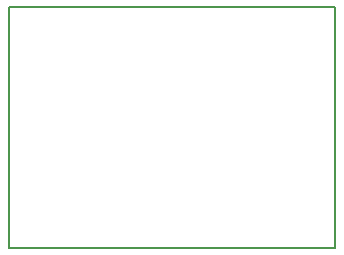
<source format=gbr>
G04 #@! TF.FileFunction,Profile,NP*
%FSLAX46Y46*%
G04 Gerber Fmt 4.6, Leading zero omitted, Abs format (unit mm)*
G04 Created by KiCad (PCBNEW (2015-07-28 BZR 6012)-product) date Wednesday, July 29, 2015 'PMt' 09:11:36 PM*
%MOMM*%
G01*
G04 APERTURE LIST*
%ADD10C,0.100000*%
%ADD11C,0.150000*%
G04 APERTURE END LIST*
D10*
D11*
X134400000Y-92400000D02*
X134600000Y-92400000D01*
X134400000Y-112800000D02*
X134400000Y-92400000D01*
X162000000Y-112800000D02*
X134400000Y-112800000D01*
X162000000Y-92400000D02*
X162000000Y-112800000D01*
X134600000Y-92400000D02*
X162000000Y-92400000D01*
M02*

</source>
